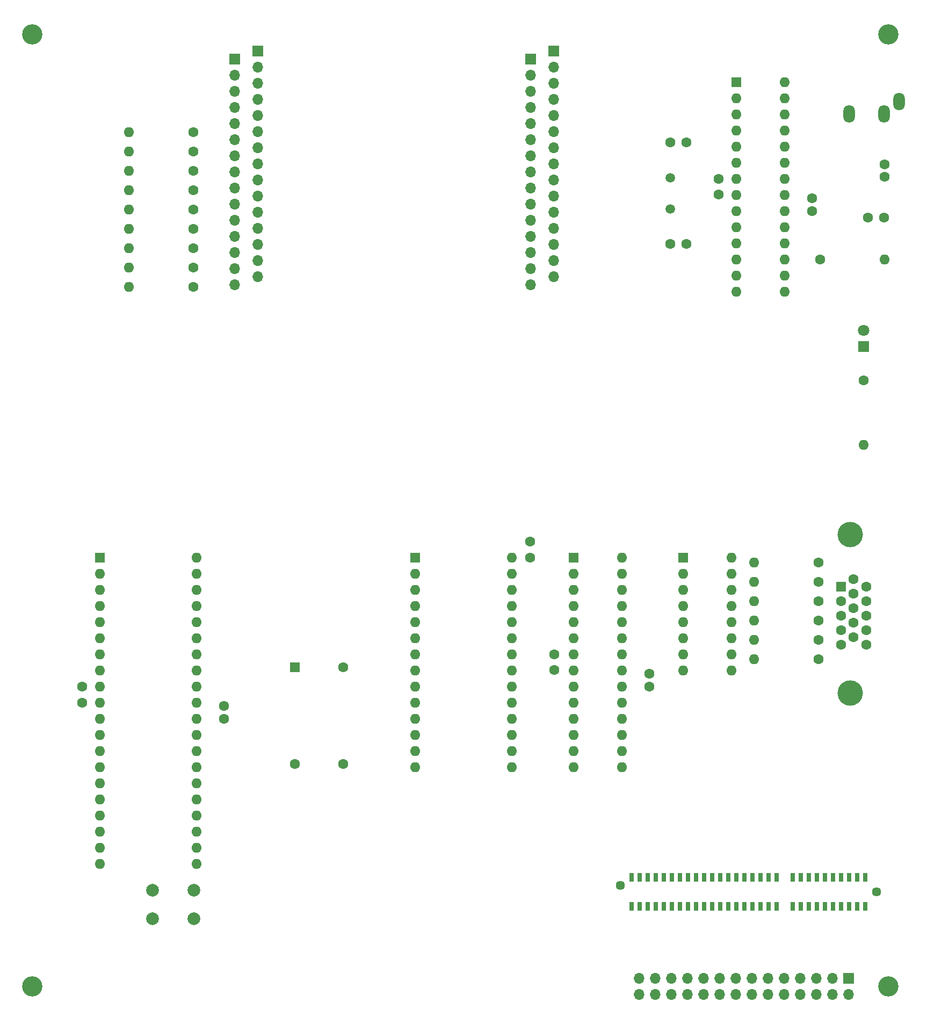
<source format=gbr>
%TF.GenerationSoftware,KiCad,Pcbnew,(5.99.0-7356-g63088e8bdb)*%
%TF.CreationDate,2020-12-15T21:08:54+08:00*%
%TF.ProjectId,DaughterBoard,44617567-6874-4657-9242-6f6172642e6b,rev?*%
%TF.SameCoordinates,Original*%
%TF.FileFunction,Soldermask,Top*%
%TF.FilePolarity,Negative*%
%FSLAX46Y46*%
G04 Gerber Fmt 4.6, Leading zero omitted, Abs format (unit mm)*
G04 Created by KiCad (PCBNEW (5.99.0-7356-g63088e8bdb)) date 2020-12-15 21:08:54*
%MOMM*%
%LPD*%
G01*
G04 APERTURE LIST*
%ADD10C,1.600000*%
%ADD11O,1.600000X1.600000*%
%ADD12C,3.200000*%
%ADD13C,2.000000*%
%ADD14R,1.600000X1.600000*%
%ADD15R,1.700000X1.700000*%
%ADD16O,1.700000X1.700000*%
%ADD17C,1.450000*%
%ADD18R,0.660000X1.350000*%
%ADD19C,1.500000*%
%ADD20R,1.800000X1.800000*%
%ADD21C,1.800000*%
%ADD22O,1.800000X2.800000*%
%ADD23C,4.000000*%
G04 APERTURE END LIST*
D10*
%TO.C,R13*%
X153924000Y-126492000D03*
D11*
X143764000Y-126492000D03*
%TD*%
D10*
%TO.C,R7*%
X55372000Y-58674000D03*
D11*
X45212000Y-58674000D03*
%TD*%
D12*
%TO.C,H3*%
X29973000Y-181102000D03*
%TD*%
D13*
%TO.C,SW1*%
X48945800Y-170463600D03*
X55445800Y-170463600D03*
X55445800Y-165963600D03*
X48945800Y-165963600D03*
%TD*%
D14*
%TO.C,U1*%
X140970000Y-38608000D03*
D11*
X140970000Y-41148000D03*
X140970000Y-43688000D03*
X140970000Y-46228000D03*
X140970000Y-48768000D03*
X140970000Y-51308000D03*
X140970000Y-53848000D03*
X140970000Y-56388000D03*
X140970000Y-58928000D03*
X140970000Y-61468000D03*
X140970000Y-64008000D03*
X140970000Y-66548000D03*
X140970000Y-69088000D03*
X140970000Y-71628000D03*
X148590000Y-71628000D03*
X148590000Y-69088000D03*
X148590000Y-66548000D03*
X148590000Y-64008000D03*
X148590000Y-61468000D03*
X148590000Y-58928000D03*
X148590000Y-56388000D03*
X148590000Y-53848000D03*
X148590000Y-51308000D03*
X148590000Y-48768000D03*
X148590000Y-46228000D03*
X148590000Y-43688000D03*
X148590000Y-41148000D03*
X148590000Y-38608000D03*
%TD*%
D14*
%TO.C,X1*%
X71374000Y-130810000D03*
D10*
X71374000Y-146050000D03*
X78994000Y-146050000D03*
X78994000Y-130810000D03*
%TD*%
D15*
%TO.C,J2*%
X158660000Y-179832000D03*
D16*
X158660000Y-182372000D03*
X156120000Y-179832000D03*
X156120000Y-182372000D03*
X153580000Y-179832000D03*
X153580000Y-182372000D03*
X151040000Y-179832000D03*
X151040000Y-182372000D03*
X148500000Y-179832000D03*
X148500000Y-182372000D03*
X145960000Y-179832000D03*
X145960000Y-182372000D03*
X143420000Y-179832000D03*
X143420000Y-182372000D03*
X140880000Y-179832000D03*
X140880000Y-182372000D03*
X138340000Y-179832000D03*
X138340000Y-182372000D03*
X135800000Y-179832000D03*
X135800000Y-182372000D03*
X133260000Y-179832000D03*
X133260000Y-182372000D03*
X130720000Y-179832000D03*
X130720000Y-182372000D03*
X128180000Y-179832000D03*
X128180000Y-182372000D03*
X125640000Y-179832000D03*
X125640000Y-182372000D03*
%TD*%
D10*
%TO.C,C9*%
X127254000Y-133858000D03*
X127254000Y-131858000D03*
%TD*%
%TO.C,C10*%
X112268000Y-128778000D03*
X112268000Y-131278000D03*
%TD*%
%TO.C,R16*%
X153924000Y-117348000D03*
D11*
X143764000Y-117348000D03*
%TD*%
D17*
%TO.C,J1*%
X163107000Y-166257000D03*
X122717000Y-165257000D03*
D18*
X161327000Y-163957000D03*
X161327000Y-168557000D03*
X160057000Y-163957000D03*
X160057000Y-168557000D03*
X158787000Y-163957000D03*
X158787000Y-168557000D03*
X157517000Y-163957000D03*
X157517000Y-168557000D03*
X156247000Y-163957000D03*
X156247000Y-168557000D03*
X154977000Y-163957000D03*
X154977000Y-168557000D03*
X153707000Y-163957000D03*
X153707000Y-168557000D03*
X152437000Y-163957000D03*
X152437000Y-168557000D03*
X151167000Y-163957000D03*
X151167000Y-168557000D03*
X149897000Y-163957000D03*
X149897000Y-168557000D03*
X147357000Y-163957000D03*
X147357000Y-168557000D03*
X146087000Y-163957000D03*
X146087000Y-168557000D03*
X144817000Y-163957000D03*
X144817000Y-168557000D03*
X143547000Y-163957000D03*
X143547000Y-168557000D03*
X142277000Y-163957000D03*
X142277000Y-168557000D03*
X141007000Y-163957000D03*
X141007000Y-168557000D03*
X139737000Y-163957000D03*
X139737000Y-168557000D03*
X138467000Y-163957000D03*
X138467000Y-168557000D03*
X137197000Y-163957000D03*
X137197000Y-168557000D03*
X135927000Y-163957000D03*
X135927000Y-168557000D03*
X134657000Y-163957000D03*
X134657000Y-168557000D03*
X133387000Y-163957000D03*
X133387000Y-168557000D03*
X132117000Y-163957000D03*
X132117000Y-168557000D03*
X130847000Y-163957000D03*
X130847000Y-168557000D03*
X129577000Y-163957000D03*
X129577000Y-168557000D03*
X128307000Y-163957000D03*
X128307000Y-168557000D03*
X127037000Y-163957000D03*
X127037000Y-168557000D03*
X125767000Y-163957000D03*
X125767000Y-168557000D03*
X124497000Y-163957000D03*
X124497000Y-168557000D03*
%TD*%
D19*
%TO.C,Y1*%
X130556000Y-58637000D03*
X130556000Y-53737000D03*
%TD*%
D20*
%TO.C,D1*%
X161036000Y-80264000D03*
D21*
X161036000Y-77724000D03*
%TD*%
D10*
%TO.C,R14*%
X153924000Y-123444000D03*
D11*
X143764000Y-123444000D03*
%TD*%
D10*
%TO.C,R15*%
X153924000Y-120396000D03*
D11*
X143764000Y-120396000D03*
%TD*%
D14*
%TO.C,U4*%
X115276000Y-113538000D03*
D11*
X115276000Y-116078000D03*
X115276000Y-118618000D03*
X115276000Y-121158000D03*
X115276000Y-123698000D03*
X115276000Y-126238000D03*
X115276000Y-128778000D03*
X115276000Y-131318000D03*
X115276000Y-133858000D03*
X115276000Y-136398000D03*
X115276000Y-138938000D03*
X115276000Y-141478000D03*
X115276000Y-144018000D03*
X115276000Y-146558000D03*
X122896000Y-146558000D03*
X122896000Y-144018000D03*
X122896000Y-141478000D03*
X122896000Y-138938000D03*
X122896000Y-136398000D03*
X122896000Y-133858000D03*
X122896000Y-131318000D03*
X122896000Y-128778000D03*
X122896000Y-126238000D03*
X122896000Y-123698000D03*
X122896000Y-121158000D03*
X122896000Y-118618000D03*
X122896000Y-116078000D03*
X122896000Y-113538000D03*
%TD*%
D10*
%TO.C,R17*%
X153924000Y-114300000D03*
D11*
X143764000Y-114300000D03*
%TD*%
D10*
%TO.C,R6*%
X55372000Y-55626000D03*
D11*
X45212000Y-55626000D03*
%TD*%
D14*
%TO.C,U2*%
X40640000Y-113538000D03*
D11*
X40640000Y-116078000D03*
X40640000Y-118618000D03*
X40640000Y-121158000D03*
X40640000Y-123698000D03*
X40640000Y-126238000D03*
X40640000Y-128778000D03*
X40640000Y-131318000D03*
X40640000Y-133858000D03*
X40640000Y-136398000D03*
X40640000Y-138938000D03*
X40640000Y-141478000D03*
X40640000Y-144018000D03*
X40640000Y-146558000D03*
X40640000Y-149098000D03*
X40640000Y-151638000D03*
X40640000Y-154178000D03*
X40640000Y-156718000D03*
X40640000Y-159258000D03*
X40640000Y-161798000D03*
X55880000Y-161798000D03*
X55880000Y-159258000D03*
X55880000Y-156718000D03*
X55880000Y-154178000D03*
X55880000Y-151638000D03*
X55880000Y-149098000D03*
X55880000Y-146558000D03*
X55880000Y-144018000D03*
X55880000Y-141478000D03*
X55880000Y-138938000D03*
X55880000Y-136398000D03*
X55880000Y-133858000D03*
X55880000Y-131318000D03*
X55880000Y-128778000D03*
X55880000Y-126238000D03*
X55880000Y-123698000D03*
X55880000Y-121158000D03*
X55880000Y-118618000D03*
X55880000Y-116078000D03*
X55880000Y-113538000D03*
%TD*%
D10*
%TO.C,R9*%
X55372000Y-64770000D03*
D11*
X45212000Y-64770000D03*
%TD*%
D12*
%TO.C,H4*%
X164973000Y-181102000D03*
%TD*%
D10*
%TO.C,R8*%
X55372000Y-61722000D03*
D11*
X45212000Y-61722000D03*
%TD*%
D22*
%TO.C,J5*%
X158724000Y-43656000D03*
X166624000Y-41656000D03*
X164224000Y-43656000D03*
%TD*%
D10*
%TO.C,C5*%
X164219321Y-59954905D03*
X161719321Y-59954905D03*
%TD*%
%TO.C,C6*%
X164338000Y-51562000D03*
X164338000Y-53562000D03*
%TD*%
%TO.C,R11*%
X55372000Y-70866000D03*
D11*
X45212000Y-70866000D03*
%TD*%
D10*
%TO.C,C4*%
X138176000Y-53848000D03*
X138176000Y-56348000D03*
%TD*%
%TO.C,R2*%
X154200401Y-66548000D03*
D11*
X164360401Y-66548000D03*
%TD*%
D23*
%TO.C,J6*%
X158900000Y-134925000D03*
X158900000Y-109925000D03*
D14*
X157480000Y-118110000D03*
D10*
X157480000Y-120400000D03*
X157480000Y-122690000D03*
X157480000Y-124980000D03*
X157480000Y-127270000D03*
X159460000Y-116965000D03*
X159460000Y-119255000D03*
X159460000Y-121545000D03*
X159460000Y-123835000D03*
X159460000Y-126125000D03*
X161440000Y-118110000D03*
X161440000Y-120400000D03*
X161440000Y-122690000D03*
X161440000Y-124980000D03*
X161440000Y-127270000D03*
%TD*%
%TO.C,R4*%
X55372000Y-49530000D03*
D11*
X45212000Y-49530000D03*
%TD*%
D10*
%TO.C,C12*%
X108458000Y-113538000D03*
X108458000Y-111038000D03*
%TD*%
%TO.C,R1*%
X161036000Y-85598000D03*
D11*
X161036000Y-95758000D03*
%TD*%
D10*
%TO.C,R10*%
X55372000Y-67818000D03*
D11*
X45212000Y-67818000D03*
%TD*%
D10*
%TO.C,C3*%
X152908000Y-58928000D03*
X152908000Y-56928000D03*
%TD*%
%TO.C,C8*%
X130556000Y-48149000D03*
X133056000Y-48149000D03*
%TD*%
D14*
%TO.C,U5*%
X90364000Y-113538000D03*
D11*
X90364000Y-116078000D03*
X90364000Y-118618000D03*
X90364000Y-121158000D03*
X90364000Y-123698000D03*
X90364000Y-126238000D03*
X90364000Y-128778000D03*
X90364000Y-131318000D03*
X90364000Y-133858000D03*
X90364000Y-136398000D03*
X90364000Y-138938000D03*
X90364000Y-141478000D03*
X90364000Y-144018000D03*
X90364000Y-146558000D03*
X105604000Y-146558000D03*
X105604000Y-144018000D03*
X105604000Y-141478000D03*
X105604000Y-138938000D03*
X105604000Y-136398000D03*
X105604000Y-133858000D03*
X105604000Y-131318000D03*
X105604000Y-128778000D03*
X105604000Y-126238000D03*
X105604000Y-123698000D03*
X105604000Y-121158000D03*
X105604000Y-118618000D03*
X105604000Y-116078000D03*
X105604000Y-113538000D03*
%TD*%
D10*
%TO.C,R3*%
X55372000Y-46482000D03*
D11*
X45212000Y-46482000D03*
%TD*%
D10*
%TO.C,R12*%
X153924000Y-129540000D03*
D11*
X143764000Y-129540000D03*
%TD*%
D12*
%TO.C,H2*%
X29973000Y-31102000D03*
%TD*%
D10*
%TO.C,C11*%
X60198000Y-138938000D03*
X60198000Y-136938000D03*
%TD*%
D14*
%TO.C,U6*%
X132588000Y-113538000D03*
D11*
X132588000Y-116078000D03*
X132588000Y-118618000D03*
X132588000Y-121158000D03*
X132588000Y-123698000D03*
X132588000Y-126238000D03*
X132588000Y-128778000D03*
X132588000Y-131318000D03*
X140208000Y-131318000D03*
X140208000Y-128778000D03*
X140208000Y-126238000D03*
X140208000Y-123698000D03*
X140208000Y-121158000D03*
X140208000Y-118618000D03*
X140208000Y-116078000D03*
X140208000Y-113538000D03*
%TD*%
D10*
%TO.C,C14*%
X37846000Y-136398000D03*
X37846000Y-133898000D03*
%TD*%
%TO.C,R5*%
X55372000Y-52578000D03*
D11*
X45212000Y-52578000D03*
%TD*%
D12*
%TO.C,H1*%
X164973000Y-31102000D03*
%TD*%
D10*
%TO.C,C7*%
X130556000Y-64151000D03*
X133056000Y-64151000D03*
%TD*%
D15*
%TO.C,J3*%
X65532000Y-33741000D03*
D16*
X65532000Y-36281000D03*
X65532000Y-38821000D03*
X65532000Y-41361000D03*
X65532000Y-43901000D03*
X65532000Y-46441000D03*
X65532000Y-48981000D03*
X65532000Y-51521000D03*
X65532000Y-54061000D03*
X65532000Y-56601000D03*
X65532000Y-59141000D03*
X65532000Y-61681000D03*
X65532000Y-64221000D03*
X65532000Y-66761000D03*
X65532000Y-69301000D03*
%TD*%
D15*
%TO.C,J7*%
X61917000Y-35011000D03*
D16*
X61917000Y-37551000D03*
X61917000Y-40091000D03*
X61917000Y-42631000D03*
X61917000Y-45171000D03*
X61917000Y-47711000D03*
X61917000Y-50251000D03*
X61917000Y-52791000D03*
X61917000Y-55331000D03*
X61917000Y-57871000D03*
X61917000Y-60411000D03*
X61917000Y-62951000D03*
X61917000Y-65491000D03*
X61917000Y-68031000D03*
X61917000Y-70571000D03*
%TD*%
D15*
%TO.C,J4*%
X112166400Y-33741000D03*
D16*
X112166400Y-36281000D03*
X112166400Y-38821000D03*
X112166400Y-41361000D03*
X112166400Y-43901000D03*
X112166400Y-46441000D03*
X112166400Y-48981000D03*
X112166400Y-51521000D03*
X112166400Y-54061000D03*
X112166400Y-56601000D03*
X112166400Y-59141000D03*
X112166400Y-61681000D03*
X112166400Y-64221000D03*
X112166400Y-66761000D03*
X112166400Y-69301000D03*
%TD*%
D15*
%TO.C,J8*%
X108536843Y-35011000D03*
D16*
X108536843Y-37551000D03*
X108536843Y-40091000D03*
X108536843Y-42631000D03*
X108536843Y-45171000D03*
X108536843Y-47711000D03*
X108536843Y-50251000D03*
X108536843Y-52791000D03*
X108536843Y-55331000D03*
X108536843Y-57871000D03*
X108536843Y-60411000D03*
X108536843Y-62951000D03*
X108536843Y-65491000D03*
X108536843Y-68031000D03*
X108536843Y-70571000D03*
%TD*%
M02*

</source>
